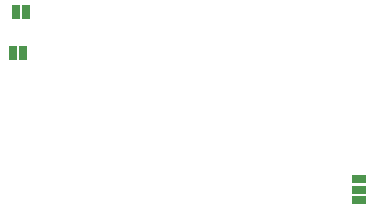
<source format=gbp>
G04 DipTrace 3.3.1.3*
G04 T4LSSArduinoShield.gbp*
%MOIN*%
G04 #@! TF.FileFunction,Paste,Bot*
G04 #@! TF.Part,Single*
%ADD39R,0.025X0.05*%
%ADD44R,0.05X0.025*%
%FSLAX26Y26*%
G04*
G70*
G90*
G75*
G01*
G04 BotPaste*
%LPD*%
D39*
X656133Y1403700D3*
X620700D3*
X666133Y1541700D3*
X630700D3*
D44*
X1775700Y913700D3*
Y948700D3*
Y983700D3*
M02*

</source>
